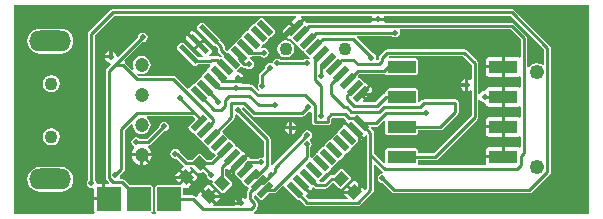
<source format=gbl>
G04 Layer_Physical_Order=2*
G04 Layer_Color=16711680*
%FSLAX44Y44*%
%MOMM*%
G71*
G01*
G75*
%ADD17R,2.0000X2.0000*%
%ADD23C,0.2540*%
%ADD24C,1.2499*%
%ADD25C,0.8001*%
%ADD26C,1.1001*%
%ADD27O,3.5560X1.7780*%
%ADD28C,1.2002*%
%ADD29C,1.1000*%
%ADD30C,0.5000*%
G04:AMPARAMS|DCode=31|XSize=0.4mm|YSize=2mm|CornerRadius=0mm|HoleSize=0mm|Usage=FLASHONLY|Rotation=225.000|XOffset=0mm|YOffset=0mm|HoleType=Round|Shape=Rectangle|*
%AMROTATEDRECTD31*
4,1,4,-0.5657,0.8485,0.8485,-0.5657,0.5657,-0.8485,-0.8485,0.5657,-0.5657,0.8485,0.0*
%
%ADD31ROTATEDRECTD31*%

G04:AMPARAMS|DCode=32|XSize=0.95mm|YSize=1mm|CornerRadius=0mm|HoleSize=0mm|Usage=FLASHONLY|Rotation=135.000|XOffset=0mm|YOffset=0mm|HoleType=Round|Shape=Rectangle|*
%AMROTATEDRECTD32*
4,1,4,0.6894,0.0177,-0.0177,-0.6894,-0.6894,-0.0177,0.0177,0.6894,0.6894,0.0177,0.0*
%
%ADD32ROTATEDRECTD32*%

G04:AMPARAMS|DCode=33|XSize=0.508mm|YSize=1.4732mm|CornerRadius=0mm|HoleSize=0mm|Usage=FLASHONLY|Rotation=225.000|XOffset=0mm|YOffset=0mm|HoleType=Round|Shape=Rectangle|*
%AMROTATEDRECTD33*
4,1,4,-0.3412,0.7005,0.7005,-0.3412,0.3412,-0.7005,-0.7005,0.3412,-0.3412,0.7005,0.0*
%
%ADD33ROTATEDRECTD33*%

G04:AMPARAMS|DCode=34|XSize=0.508mm|YSize=1.4732mm|CornerRadius=0mm|HoleSize=0mm|Usage=FLASHONLY|Rotation=135.000|XOffset=0mm|YOffset=0mm|HoleType=Round|Shape=Rectangle|*
%AMROTATEDRECTD34*
4,1,4,0.7005,0.3412,-0.3412,-0.7005,-0.7005,-0.3412,0.3412,0.7005,0.7005,0.3412,0.0*
%
%ADD34ROTATEDRECTD34*%

G04:AMPARAMS|DCode=35|XSize=0.95mm|YSize=1mm|CornerRadius=0mm|HoleSize=0mm|Usage=FLASHONLY|Rotation=45.000|XOffset=0mm|YOffset=0mm|HoleType=Round|Shape=Rectangle|*
%AMROTATEDRECTD35*
4,1,4,0.0177,-0.6894,-0.6894,0.0177,-0.0177,0.6894,0.6894,-0.0177,0.0177,-0.6894,0.0*
%
%ADD35ROTATEDRECTD35*%

%ADD36R,2.4400X1.1300*%
G36*
X597861Y522568D02*
Y510263D01*
X596591Y509584D01*
X595818Y510100D01*
X595122Y510239D01*
Y505353D01*
Y500467D01*
X595818Y500605D01*
X596591Y501122D01*
X597861Y500443D01*
Y479208D01*
X566002Y447349D01*
X552509D01*
Y450150D01*
X552026Y451316D01*
X550860Y451800D01*
X526460D01*
X525293Y451316D01*
X524810Y450150D01*
Y439680D01*
X523540Y439154D01*
X515167Y447527D01*
Y464828D01*
X515167Y464828D01*
X514950Y465918D01*
X514332Y466842D01*
X514332Y466843D01*
X512698Y468477D01*
X513053Y469335D01*
X513430Y469899D01*
X516959D01*
X516959Y469899D01*
X518049Y470115D01*
X518974Y470733D01*
X523540Y475300D01*
X524810Y474773D01*
Y464250D01*
X525293Y463084D01*
X526460Y462600D01*
X550860D01*
X552026Y463084D01*
X552509Y464250D01*
Y467051D01*
X571500D01*
X571500Y467051D01*
X572590Y467268D01*
X573514Y467886D01*
X586214Y480586D01*
X586214Y480586D01*
X586832Y481510D01*
X587049Y482600D01*
X587049Y482600D01*
Y490220D01*
X586832Y491310D01*
X586214Y492234D01*
X585290Y492852D01*
X584200Y493069D01*
X557530D01*
X557530Y493069D01*
X556440Y492852D01*
X555516Y492234D01*
X553779Y490498D01*
X552509Y491024D01*
Y500950D01*
X552026Y502116D01*
X550860Y502600D01*
X526460D01*
X525293Y502116D01*
X524810Y500950D01*
Y498083D01*
X524053Y497932D01*
X523129Y497314D01*
X523129Y497314D01*
X516398Y490583D01*
X506363D01*
X505877Y491756D01*
X507128Y493007D01*
X503501Y496635D01*
X504399Y497533D01*
X503501Y498431D01*
X510541Y505471D01*
X509642Y506368D01*
X508802Y506930D01*
X507811Y507127D01*
X507275Y507020D01*
X507002Y507679D01*
X503410Y511271D01*
X502806Y511521D01*
X502037Y512054D01*
X501505Y512823D01*
X501382Y513118D01*
X502853Y514589D01*
X523722D01*
X523722Y514589D01*
X524812Y514806D01*
X524926Y514771D01*
X525293Y513884D01*
X526460Y513400D01*
X550860D01*
X552026Y513884D01*
X552509Y515050D01*
Y526350D01*
X552026Y527516D01*
X550860Y528000D01*
X528636D01*
X528000Y529270D01*
X528389Y529789D01*
X590640D01*
X597861Y522568D01*
D02*
G37*
G36*
X697230Y396240D02*
X413626D01*
X413443Y396474D01*
X413494Y398036D01*
X416034Y400576D01*
X416034Y400576D01*
X416652Y401500D01*
X416869Y402590D01*
Y405130D01*
X416869Y405130D01*
X416652Y406220D01*
X416034Y407144D01*
X416034Y407144D01*
X413313Y409866D01*
Y411114D01*
X414583Y412175D01*
X414903Y412117D01*
X415046Y411772D01*
X418638Y408180D01*
X419805Y407697D01*
X420971Y408180D01*
X426294Y413503D01*
X430586D01*
X430586Y413502D01*
X431677Y413719D01*
X432601Y414337D01*
X438175Y419911D01*
X439488Y419428D01*
X439832Y418597D01*
X450249Y408180D01*
X451415Y407697D01*
X452273Y408052D01*
X456702Y403624D01*
X457626Y403006D01*
X458716Y402789D01*
X458716Y402789D01*
X501396D01*
X501396Y402789D01*
X502486Y403006D01*
X503410Y403624D01*
X514332Y414546D01*
X514332Y414546D01*
X514950Y415470D01*
X515167Y416560D01*
X515167Y416560D01*
Y437810D01*
X516340Y438296D01*
X522311Y432326D01*
X523235Y431708D01*
X522976Y430470D01*
X522478Y430569D01*
X520908Y430257D01*
X519577Y429367D01*
X518688Y428036D01*
X518375Y426466D01*
X518688Y424896D01*
X519577Y423565D01*
X520908Y422676D01*
X522478Y422363D01*
X522540Y422375D01*
X530578Y414337D01*
X530578Y414337D01*
X531503Y413719D01*
X532593Y413502D01*
X532593Y413503D01*
X646729D01*
X646729Y413502D01*
X647819Y413719D01*
X648744Y414337D01*
X664192Y429786D01*
X664810Y430710D01*
X665027Y431800D01*
X665027Y431800D01*
Y536702D01*
X665027Y536702D01*
X664810Y537792D01*
X664192Y538716D01*
X664192Y538716D01*
X633966Y568942D01*
X633042Y569560D01*
X631952Y569777D01*
X631952Y569777D01*
X294386D01*
X294386Y569777D01*
X293296Y569560D01*
X292372Y568942D01*
X292372Y568942D01*
X274084Y550654D01*
X273466Y549730D01*
X273249Y548640D01*
X273249Y548640D01*
Y424830D01*
X273197Y424795D01*
X272307Y423464D01*
X271995Y421894D01*
X272307Y420324D01*
X273197Y418993D01*
X274528Y418103D01*
X276098Y417791D01*
X276970Y417965D01*
X278240Y417075D01*
Y410210D01*
X290830D01*
Y407670D01*
X278240D01*
Y398940D01*
X278437Y397949D01*
X278731Y397510D01*
X278202Y396276D01*
X278168Y396240D01*
X210820D01*
Y572770D01*
X697230D01*
Y396240D01*
D02*
G37*
G36*
X399796Y480275D02*
X399858Y480288D01*
X422093Y458052D01*
Y444264D01*
X420823Y443535D01*
X419608Y443777D01*
X418038Y443465D01*
X416707Y442575D01*
X416672Y442523D01*
X410156D01*
X409984Y443385D01*
X409423Y444225D01*
X408525Y445123D01*
X401485Y438084D01*
X394445Y431044D01*
X395343Y430146D01*
X396183Y429584D01*
X397174Y429387D01*
X397808Y429513D01*
X398163Y428655D01*
X401756Y425063D01*
X402922Y424580D01*
X403248Y424254D01*
X403731Y423088D01*
X407323Y419495D01*
X408490Y419012D01*
X409229Y417944D01*
X409351Y417649D01*
X408450Y416748D01*
X407832Y415823D01*
X407615Y414733D01*
X407615Y414733D01*
Y409955D01*
X406375Y408738D01*
X406134Y408742D01*
X406047Y408872D01*
X404380Y409986D01*
X403683Y410124D01*
Y405238D01*
X402413D01*
Y403968D01*
X397439D01*
X396574Y402793D01*
X379626D01*
X379140Y403966D01*
X379812Y404639D01*
X374445Y410005D01*
X369079Y415372D01*
X366618Y412911D01*
X366057Y412071D01*
X365859Y411080D01*
X365915Y410800D01*
X364745Y410174D01*
X363964Y410954D01*
X363040Y411572D01*
X361950Y411789D01*
X361950Y411789D01*
X353280D01*
Y418415D01*
X354549Y418941D01*
X354638Y418852D01*
X355479Y418291D01*
X356470Y418093D01*
X357461Y418291D01*
X358301Y418852D01*
X360762Y421313D01*
X356293Y425781D01*
X351107Y420596D01*
X351105Y420590D01*
X331630D01*
X330464Y420106D01*
X329980Y418940D01*
Y398940D01*
X330464Y397774D01*
X331100Y397510D01*
X330847Y396240D01*
X327013D01*
X326760Y397510D01*
X327396Y397774D01*
X327880Y398940D01*
Y418940D01*
X327396Y420106D01*
X326230Y420590D01*
X308609D01*
X303985Y425214D01*
X303061Y425831D01*
X301970Y426048D01*
X301970Y426048D01*
X300639D01*
X299960Y427318D01*
X300208Y427690D01*
X300521Y429260D01*
X300508Y429322D01*
X303512Y432326D01*
X303512Y432326D01*
X304130Y433250D01*
X304347Y434340D01*
X304347Y434340D01*
Y466942D01*
X309778Y472374D01*
X310981Y471780D01*
X310942Y471480D01*
X311200Y469515D01*
X311958Y467685D01*
X313165Y466113D01*
X314736Y464907D01*
X316567Y464149D01*
X318531Y463890D01*
X320496Y464149D01*
X322326Y464907D01*
X323898Y466113D01*
X325104Y467685D01*
X325862Y469515D01*
X326121Y471480D01*
X325862Y473444D01*
X325104Y475275D01*
X323898Y476847D01*
X323092Y477465D01*
X323523Y478735D01*
X362040D01*
X363767Y477008D01*
Y475618D01*
X358650Y470501D01*
X358167Y469335D01*
X358650Y468168D01*
X362242Y464576D01*
X362629Y464416D01*
X363529Y463888D01*
X364058Y462987D01*
X364218Y462601D01*
X367810Y459009D01*
X368976Y458526D01*
X369715Y457457D01*
X369965Y456853D01*
X373558Y453261D01*
X374724Y452778D01*
X375373Y451672D01*
X375533Y451286D01*
X379125Y447693D01*
X380292Y447210D01*
X381031Y446142D01*
X381235Y445647D01*
X377328Y441740D01*
X373809D01*
X368597Y446952D01*
X367430Y447435D01*
X366264Y446952D01*
X361052Y441740D01*
X357563D01*
X350715Y448588D01*
X350710Y448610D01*
X349821Y449941D01*
X348490Y450830D01*
X346920Y451143D01*
X345350Y450830D01*
X344019Y449941D01*
X343129Y448610D01*
X342817Y447040D01*
X343129Y445470D01*
X344019Y444139D01*
X345350Y443250D01*
X346920Y442937D01*
X348078Y443167D01*
X353763Y437482D01*
X354180Y436540D01*
X353747Y435765D01*
X351824Y433842D01*
X356293Y429374D01*
X360585Y433666D01*
X359381Y434869D01*
X359867Y436042D01*
X361405D01*
X366617Y430830D01*
X367784Y430347D01*
X368950Y430830D01*
X370397Y432278D01*
X373607Y429068D01*
X373595Y429006D01*
X373908Y427436D01*
X374797Y426105D01*
X376128Y425215D01*
X377698Y424903D01*
X378254Y425014D01*
X378879Y423843D01*
X378596Y423560D01*
X378113Y422394D01*
X378596Y421227D01*
X385667Y414156D01*
X386834Y413673D01*
X388000Y414156D01*
X394718Y420874D01*
X395201Y422040D01*
X394718Y423207D01*
X389506Y428419D01*
Y434010D01*
X389943Y434334D01*
X390133Y434371D01*
X391575Y434002D01*
X391751Y433738D01*
X392649Y432840D01*
X399689Y439880D01*
X406729Y446919D01*
X405831Y447817D01*
X404991Y448379D01*
X403999Y448576D01*
X403463Y448469D01*
X403190Y449128D01*
X399598Y452720D01*
X398432Y453204D01*
X397783Y454309D01*
X397623Y454696D01*
X394030Y458288D01*
X392864Y458771D01*
X392125Y459840D01*
X391875Y460443D01*
X388283Y464035D01*
X387896Y464196D01*
X387056Y464689D01*
X386685Y465952D01*
X396516Y475783D01*
X396516Y475783D01*
X397133Y476707D01*
X397350Y477797D01*
X397350Y477798D01*
Y479761D01*
X398620Y480509D01*
X399796Y480275D01*
D02*
G37*
G36*
X506769Y461038D02*
X507667Y461936D01*
X508199Y462733D01*
X508318Y462758D01*
X509469Y462521D01*
Y446347D01*
X509469Y446347D01*
X509469Y446347D01*
Y417740D01*
X508362Y416633D01*
X507466Y416721D01*
X505005Y419182D01*
X499639Y413815D01*
X498741Y414713D01*
X497843Y413815D01*
X492653Y419005D01*
X490015Y416367D01*
X489454Y415527D01*
X489257Y414536D01*
X489454Y413545D01*
X490015Y412705D01*
X493060Y409660D01*
X492574Y408487D01*
X459896D01*
X457292Y411091D01*
X457710Y412469D01*
X457974Y412522D01*
X458814Y413083D01*
X459712Y413981D01*
X452672Y421021D01*
X454468Y422817D01*
X461508Y415777D01*
X462406Y416675D01*
X462968Y417515D01*
X463080Y418080D01*
X464233Y418571D01*
X464376Y418580D01*
X464600Y418356D01*
X465524Y417738D01*
X466614Y417521D01*
X466614Y417521D01*
X473710D01*
X473710Y417521D01*
X474800Y417738D01*
X475724Y418356D01*
X479879Y422510D01*
X481540D01*
X486084Y417966D01*
X487250Y417483D01*
X488417Y417966D01*
X495488Y425037D01*
X495971Y426204D01*
X495488Y427370D01*
X488770Y434088D01*
X487604Y434571D01*
X486437Y434088D01*
X481225Y428876D01*
X479367D01*
X479367Y428876D01*
X478277Y428659D01*
X477353Y428041D01*
X477353Y428041D01*
X472530Y423219D01*
X469848D01*
X468793Y424437D01*
X468842Y424765D01*
X469078Y424903D01*
X469464Y425063D01*
X473057Y428655D01*
X473307Y429259D01*
X473839Y430028D01*
X474608Y430560D01*
X475212Y430811D01*
X478804Y434403D01*
X478964Y434789D01*
X479493Y435690D01*
X480393Y436218D01*
X480780Y436378D01*
X484372Y439970D01*
X484532Y440357D01*
X485060Y441257D01*
X485961Y441786D01*
X486347Y441946D01*
X489939Y445538D01*
X490190Y446142D01*
X490722Y446911D01*
X491491Y447443D01*
X492095Y447693D01*
X495687Y451286D01*
X495847Y451672D01*
X496376Y452573D01*
X497276Y453101D01*
X497663Y453261D01*
X501255Y456853D01*
X501610Y457711D01*
X502244Y457585D01*
X503235Y457782D01*
X504075Y458344D01*
X504973Y459242D01*
X497933Y466282D01*
X499729Y468078D01*
X506769Y461038D01*
D02*
G37*
G36*
X411970Y479430D02*
X411971Y479430D01*
X412895Y478812D01*
X413985Y478596D01*
X413985Y478596D01*
X454651D01*
X454651Y478596D01*
X455741Y478812D01*
X456665Y479430D01*
X459494Y482259D01*
X459556Y482247D01*
X461126Y482559D01*
X461209Y482615D01*
X462479Y481936D01*
Y474004D01*
X462696Y472914D01*
X463314Y471989D01*
X464238Y471372D01*
X465328Y471155D01*
X475996D01*
X477086Y471372D01*
X478010Y471989D01*
X478628Y472914D01*
X478845Y474004D01*
Y476340D01*
X480224Y477719D01*
X489727D01*
X491611Y475835D01*
X491869Y474297D01*
X489995Y472423D01*
X489434Y471583D01*
X489237Y470592D01*
X489363Y469959D01*
X488505Y469603D01*
X484913Y466011D01*
X484429Y464845D01*
X483324Y464196D01*
X482937Y464035D01*
X479345Y460443D01*
X479095Y459840D01*
X478563Y459070D01*
X477793Y458538D01*
X477189Y458288D01*
X473597Y454696D01*
X473437Y454309D01*
X472909Y453409D01*
X472008Y452880D01*
X471622Y452720D01*
X468030Y449128D01*
X467870Y448742D01*
X467341Y447841D01*
X466441Y447313D01*
X466054Y447153D01*
X462462Y443560D01*
X461274Y444012D01*
X461319Y444235D01*
Y452002D01*
X461371Y452037D01*
X462261Y453368D01*
X462573Y454938D01*
X462261Y456508D01*
X461371Y457840D01*
X460965Y458111D01*
Y459638D01*
X461586Y460052D01*
X462475Y461384D01*
X462787Y462954D01*
X462475Y464524D01*
X461586Y465855D01*
X460255Y466744D01*
X458684Y467056D01*
X457114Y466744D01*
X455783Y465855D01*
X454894Y464524D01*
X454581Y462954D01*
X454594Y462892D01*
X429100Y437398D01*
X429061Y437339D01*
X427791Y437725D01*
Y459232D01*
X427574Y460322D01*
X426956Y461246D01*
X426956Y461246D01*
X403886Y484316D01*
X403899Y484378D01*
X403599Y485887D01*
X403591Y486013D01*
X403802Y486202D01*
X404898Y486502D01*
X411970Y479430D01*
D02*
G37*
G36*
X659329Y535522D02*
Y522544D01*
X659164Y522406D01*
X658059Y521982D01*
X656326Y523140D01*
X656004Y523204D01*
X655731Y523387D01*
X653292Y523872D01*
X652971Y523808D01*
X652649Y523872D01*
X650210Y523387D01*
X649937Y523204D01*
X649615Y523140D01*
X647548Y521759D01*
X647366Y521486D01*
X647093Y521304D01*
X646485Y520393D01*
X645215Y520779D01*
Y545008D01*
X644998Y546099D01*
X644380Y547023D01*
X644380Y547023D01*
X634145Y557258D01*
X633220Y557876D01*
X632130Y558093D01*
X632130Y558093D01*
X524310D01*
X523515Y559363D01*
X523554Y559562D01*
X513782D01*
X513821Y559363D01*
X513026Y558093D01*
X460453D01*
X460453Y558093D01*
X459363Y557876D01*
X458829Y557519D01*
X457698Y557867D01*
X457453Y558068D01*
X457400Y558332D01*
X456838Y559173D01*
X455941Y560071D01*
X448901Y553031D01*
X441861Y545991D01*
X442759Y545093D01*
X443599Y544532D01*
X444590Y544334D01*
X445126Y544441D01*
X445399Y543782D01*
X448991Y540190D01*
X449595Y539940D01*
X450365Y539408D01*
X450897Y538638D01*
X451147Y538035D01*
X454739Y534443D01*
X455905Y533959D01*
X456231Y533633D01*
X456715Y532467D01*
X460307Y528875D01*
X461157Y528523D01*
X461553Y527403D01*
X460099Y527075D01*
X459786Y527285D01*
X458216Y527597D01*
X456646Y527285D01*
X455315Y526395D01*
X455280Y526343D01*
X436260D01*
X436225Y526395D01*
X434894Y527285D01*
X433324Y527597D01*
X431754Y527285D01*
X430423Y526395D01*
X429534Y525064D01*
X429479Y524789D01*
X428798Y523728D01*
X428099Y523868D01*
X427228Y524041D01*
X425658Y523728D01*
X424327Y522839D01*
X423438Y521508D01*
X423125Y519938D01*
X423138Y519876D01*
X418864Y515602D01*
X418246Y514678D01*
X418029Y513588D01*
X418029Y513588D01*
Y507126D01*
X417977Y507091D01*
X417088Y505760D01*
X416775Y504190D01*
X417088Y502620D01*
X417844Y501488D01*
X417693Y500594D01*
X417486Y500089D01*
X417356Y500057D01*
X412478Y504934D01*
X411554Y505552D01*
X410464Y505769D01*
X410464Y505769D01*
X403633D01*
X403248Y507039D01*
X403430Y507160D01*
X404544Y508828D01*
X404682Y509524D01*
X399796D01*
Y512064D01*
X404682D01*
X404544Y512761D01*
X403430Y514428D01*
X401763Y515542D01*
X399796Y515933D01*
X399180Y517105D01*
X399212Y517400D01*
X399598Y517560D01*
X402419Y520381D01*
X403549Y520718D01*
X404473Y520100D01*
X405563Y519883D01*
X406766D01*
X406801Y519831D01*
X408132Y518941D01*
X409702Y518629D01*
X411272Y518941D01*
X412603Y519831D01*
X413493Y521162D01*
X413805Y522732D01*
X413493Y524302D01*
X412603Y525633D01*
X411272Y526522D01*
X410806Y526615D01*
X410017Y527918D01*
X410259Y528604D01*
X410913Y528875D01*
X411828Y529789D01*
X418958D01*
X418993Y529737D01*
X420324Y528848D01*
X421894Y528535D01*
X423464Y528848D01*
X424795Y529737D01*
X425685Y531068D01*
X425997Y532638D01*
X425685Y534208D01*
X424795Y535539D01*
X423464Y536428D01*
X421894Y536741D01*
X420324Y536428D01*
X420140Y536306D01*
X419331Y537292D01*
X420073Y538035D01*
X420323Y538638D01*
X421062Y539707D01*
X422229Y540190D01*
X425821Y543782D01*
X425981Y544169D01*
X426630Y545275D01*
X427796Y545758D01*
X431388Y549350D01*
X431871Y550516D01*
X431388Y551683D01*
X420971Y562100D01*
X419805Y562583D01*
X418638Y562100D01*
X415046Y558508D01*
X414886Y558121D01*
X414237Y557015D01*
X413071Y556532D01*
X409479Y552940D01*
X409229Y552336D01*
X408490Y551268D01*
X407323Y550785D01*
X403731Y547192D01*
X403571Y546806D01*
X402922Y545700D01*
X401756Y545217D01*
X398163Y541625D01*
X397913Y541021D01*
X397174Y539953D01*
X396008Y539469D01*
X392416Y535877D01*
X391933Y534711D01*
X390827Y534062D01*
X390749Y534030D01*
X388929Y535850D01*
Y537670D01*
X388929Y537671D01*
X388712Y538761D01*
X388094Y539685D01*
X388094Y539685D01*
X385518Y542261D01*
X385647Y542571D01*
X385650Y542578D01*
X385167Y543745D01*
X385167Y543745D01*
X371025Y557887D01*
X369865Y558367D01*
X369858Y558370D01*
X368692Y557887D01*
X368692Y557887D01*
X365864Y555059D01*
X365383Y553899D01*
X365380Y553892D01*
X365863Y552726D01*
X365864Y552726D01*
X380006Y538584D01*
X381172Y538100D01*
X381490Y538232D01*
X383231Y536491D01*
Y534670D01*
X383231Y534670D01*
X383448Y533580D01*
X384066Y532656D01*
X386503Y530219D01*
X385983Y529036D01*
X384851Y528792D01*
X384793Y528850D01*
X383869Y529468D01*
X382779Y529684D01*
X382779Y529684D01*
X377738D01*
X376647Y529468D01*
X376242Y529197D01*
X376130Y529249D01*
X375865Y530780D01*
X377346Y532262D01*
X377908Y533102D01*
X378105Y534093D01*
X377908Y535084D01*
X377346Y535924D01*
X371174Y542097D01*
X367928Y538852D01*
X364683Y535606D01*
X370440Y529850D01*
X369914Y528579D01*
X366391D01*
X354054Y540916D01*
X352895Y541397D01*
X352888Y541400D01*
X351721Y540916D01*
X351721Y540916D01*
X348893Y538088D01*
X348413Y536928D01*
X348410Y536922D01*
X348893Y535755D01*
X348893Y535755D01*
X363035Y521613D01*
X364195Y521133D01*
X364202Y521130D01*
X365368Y521613D01*
X365368Y521613D01*
X366637Y522882D01*
X376295D01*
X376780Y522045D01*
X376851Y521642D01*
X374868Y519659D01*
X374307Y518819D01*
X374110Y517828D01*
X374216Y517292D01*
X373558Y517019D01*
X369965Y513427D01*
X369715Y512823D01*
X368976Y511754D01*
X367810Y511271D01*
X364218Y507679D01*
X364058Y507293D01*
X363409Y506187D01*
X362242Y505704D01*
X358918Y502379D01*
X357383Y502118D01*
X347248Y512253D01*
X346323Y512871D01*
X345233Y513088D01*
X345233Y513088D01*
X315919D01*
X314630Y514376D01*
X315349Y515453D01*
X316567Y514949D01*
X318531Y514690D01*
X320496Y514949D01*
X322326Y515707D01*
X323898Y516913D01*
X325104Y518485D01*
X325862Y520316D01*
X326121Y522280D01*
X325862Y524244D01*
X325104Y526075D01*
X323898Y527647D01*
X322326Y528853D01*
X320496Y529611D01*
X318531Y529870D01*
X316567Y529611D01*
X314736Y528853D01*
X313165Y527647D01*
X311958Y526075D01*
X311200Y524244D01*
X310942Y522280D01*
X311200Y520316D01*
X311705Y519098D01*
X310628Y518378D01*
X304712Y524294D01*
X304168Y524658D01*
X303817Y526102D01*
X319470Y541755D01*
X319532Y541743D01*
X321102Y542056D01*
X322433Y542945D01*
X323322Y544276D01*
X323635Y545846D01*
X323322Y547416D01*
X322433Y548747D01*
X321102Y549636D01*
X319532Y549949D01*
X317962Y549636D01*
X316631Y548747D01*
X315742Y547416D01*
X315429Y545846D01*
X315441Y545784D01*
X298677Y529019D01*
X297402Y529540D01*
X297102Y531049D01*
X295988Y532716D01*
X294321Y533830D01*
X293624Y533968D01*
Y529082D01*
X292354D01*
Y527812D01*
X287468D01*
X287606Y527116D01*
X288720Y525448D01*
X290387Y524334D01*
X291896Y524034D01*
X292417Y522759D01*
X289109Y519452D01*
X288492Y518528D01*
X288275Y517438D01*
X288275Y517438D01*
Y426716D01*
X288275Y426716D01*
X288492Y425626D01*
X289109Y424702D01*
X291108Y422703D01*
X290622Y421530D01*
X281423D01*
X280201Y421894D01*
X279888Y423464D01*
X278999Y424795D01*
X278947Y424830D01*
Y547460D01*
X295566Y564079D01*
X449265D01*
X449651Y562809D01*
X449584Y562765D01*
X445273Y558454D01*
X448003Y555725D01*
X454144Y561867D01*
X453246Y562765D01*
X453180Y562809D01*
X453565Y564079D01*
X513429D01*
X514028Y562959D01*
X513920Y562799D01*
X513782Y562102D01*
X523554D01*
X523416Y562799D01*
X523308Y562959D01*
X523907Y564079D01*
X630772D01*
X659329Y535522D01*
D02*
G37*
G36*
X639517Y543828D02*
Y529057D01*
X638247Y528478D01*
X637851Y528743D01*
X636860Y528940D01*
X625930D01*
Y520700D01*
Y512460D01*
X636860D01*
X637851Y512657D01*
X638247Y512922D01*
X639517Y512343D01*
Y503657D01*
X638247Y503078D01*
X637851Y503343D01*
X636860Y503540D01*
X625930D01*
Y495300D01*
Y487060D01*
X636860D01*
X637851Y487257D01*
X638247Y487522D01*
X639517Y486943D01*
Y478257D01*
X638247Y477678D01*
X637851Y477943D01*
X636860Y478140D01*
X625930D01*
Y469900D01*
Y461660D01*
X636860D01*
X637851Y461857D01*
X638247Y462122D01*
X639517Y461543D01*
Y452857D01*
X638247Y452278D01*
X637851Y452543D01*
X636860Y452740D01*
X625930D01*
Y444500D01*
X624660D01*
Y443230D01*
X609870D01*
Y438850D01*
X609948Y438459D01*
X609104Y437189D01*
X553191D01*
X552347Y438459D01*
X552509Y438850D01*
Y441651D01*
X567182D01*
X567182Y441651D01*
X568272Y441868D01*
X569196Y442486D01*
X602724Y476014D01*
X602724Y476014D01*
X603342Y476938D01*
X603559Y478028D01*
X603559Y478028D01*
Y492581D01*
X604829Y492966D01*
X605697Y491666D01*
X607364Y490552D01*
X609331Y490161D01*
X610000Y488999D01*
X610067Y488659D01*
X610629Y487819D01*
X611469Y487257D01*
X612460Y487060D01*
X623390D01*
Y495300D01*
Y503540D01*
X612460D01*
X611469Y503343D01*
X610629Y502781D01*
X610067Y501941D01*
X610000Y501600D01*
X609331Y500439D01*
X607364Y500048D01*
X605697Y498934D01*
X604829Y497634D01*
X603559Y498019D01*
Y523748D01*
X603559Y523748D01*
X603342Y524838D01*
X602724Y525762D01*
X602724Y525762D01*
X593834Y534652D01*
X592910Y535270D01*
X591820Y535487D01*
X591820Y535487D01*
X526589D01*
X525499Y535270D01*
X524575Y534652D01*
X524575Y534652D01*
X520213Y530291D01*
X519596Y529367D01*
X519379Y528276D01*
X519379Y528276D01*
Y527208D01*
X518312Y526212D01*
X517770Y526261D01*
X516995Y527376D01*
X517183Y528320D01*
X516870Y529890D01*
X515981Y531221D01*
X514650Y532110D01*
X513939Y532252D01*
X500653Y545537D01*
X501180Y546807D01*
X530210D01*
X530245Y546755D01*
X531576Y545866D01*
X533146Y545553D01*
X534716Y545866D01*
X536047Y546755D01*
X536936Y548086D01*
X537249Y549656D01*
X536957Y551125D01*
X536984Y551426D01*
X537502Y552395D01*
X630950D01*
X639517Y543828D01*
D02*
G37*
%LPC*%
G36*
X592582Y504083D02*
X588966D01*
X589104Y503386D01*
X590218Y501719D01*
X591885Y500605D01*
X592582Y500467D01*
Y504083D01*
D02*
G37*
G36*
Y510239D02*
X591885Y510100D01*
X590218Y508986D01*
X589104Y507319D01*
X588966Y506623D01*
X592582D01*
Y510239D01*
D02*
G37*
G36*
X512337Y503674D02*
X506195Y497533D01*
X508924Y494803D01*
X513235Y499114D01*
X513796Y499954D01*
X513993Y500945D01*
X513796Y501936D01*
X513235Y502776D01*
X512337Y503674D01*
D02*
G37*
G36*
X250210Y435873D02*
X232430D01*
X229712Y435515D01*
X227178Y434465D01*
X225003Y432796D01*
X223334Y430621D01*
X222284Y428087D01*
X221926Y425369D01*
X222284Y422650D01*
X223334Y420117D01*
X225003Y417941D01*
X227178Y416272D01*
X229712Y415223D01*
X232430Y414865D01*
X250210D01*
X252929Y415223D01*
X255462Y416272D01*
X257638Y417941D01*
X259307Y420117D01*
X260356Y422650D01*
X260714Y425369D01*
X260356Y428087D01*
X259307Y430621D01*
X257638Y432796D01*
X255462Y434465D01*
X252929Y435515D01*
X250210Y435873D01*
D02*
G37*
G36*
Y552875D02*
X232430D01*
X229712Y552517D01*
X227178Y551468D01*
X225003Y549799D01*
X223334Y547623D01*
X222284Y545090D01*
X221926Y542371D01*
X222284Y539653D01*
X223334Y537119D01*
X225003Y534944D01*
X227178Y533275D01*
X229712Y532225D01*
X232430Y531867D01*
X250210D01*
X252929Y532225D01*
X255462Y533275D01*
X257638Y534944D01*
X259307Y537119D01*
X260356Y539653D01*
X260714Y542371D01*
X260356Y545090D01*
X259307Y547623D01*
X257638Y549799D01*
X255462Y551468D01*
X252929Y552517D01*
X250210Y552875D01*
D02*
G37*
G36*
X242019Y513627D02*
X241863Y513562D01*
X241697Y513595D01*
X239551Y513168D01*
X239278Y512986D01*
X238956Y512922D01*
X237137Y511706D01*
X236954Y511434D01*
X236682Y511251D01*
X235466Y509432D01*
X235402Y509110D01*
X235220Y508837D01*
X234793Y506691D01*
X234857Y506369D01*
X234793Y506048D01*
X235220Y503901D01*
X235402Y503629D01*
X235466Y503307D01*
X236682Y501487D01*
X236954Y501305D01*
X237137Y501032D01*
X238956Y499817D01*
X239278Y499753D01*
X239551Y499570D01*
X241697Y499143D01*
X241863Y499176D01*
X242019Y499112D01*
X242175Y499176D01*
X242341Y499143D01*
X244487Y499570D01*
X244760Y499753D01*
X245081Y499817D01*
X246901Y501032D01*
X247083Y501305D01*
X247356Y501487D01*
X248572Y503307D01*
X248636Y503629D01*
X248818Y503901D01*
X249245Y506048D01*
X249181Y506369D01*
X249245Y506691D01*
X248818Y508837D01*
X248636Y509110D01*
X248572Y509432D01*
X247356Y511251D01*
X247083Y511434D01*
X246901Y511706D01*
X245081Y512922D01*
X244760Y512986D01*
X244487Y513168D01*
X242341Y513595D01*
X242175Y513562D01*
X242019Y513627D01*
D02*
G37*
G36*
Y468628D02*
X241863Y468564D01*
X241697Y468597D01*
X239551Y468170D01*
X239278Y467988D01*
X238956Y467924D01*
X237137Y466708D01*
X236954Y466435D01*
X236682Y466253D01*
X235466Y464433D01*
X235402Y464112D01*
X235220Y463839D01*
X234793Y461693D01*
X234857Y461371D01*
X234793Y461049D01*
X235220Y458903D01*
X235402Y458630D01*
X235466Y458308D01*
X236682Y456489D01*
X236954Y456306D01*
X237137Y456034D01*
X238956Y454818D01*
X239278Y454754D01*
X239551Y454572D01*
X241697Y454145D01*
X241863Y454178D01*
X242019Y454113D01*
X242175Y454178D01*
X242341Y454145D01*
X244487Y454572D01*
X244760Y454754D01*
X245081Y454818D01*
X246901Y456034D01*
X247083Y456306D01*
X247356Y456489D01*
X248572Y458308D01*
X248636Y458630D01*
X248818Y458903D01*
X249245Y461049D01*
X249181Y461371D01*
X249245Y461693D01*
X248818Y463839D01*
X248636Y464112D01*
X248572Y464433D01*
X247356Y466253D01*
X247083Y466435D01*
X246901Y466708D01*
X245081Y467924D01*
X244760Y467988D01*
X244487Y468170D01*
X242341Y468597D01*
X242175Y468564D01*
X242019Y468628D01*
D02*
G37*
G36*
X381431Y415195D02*
X377140Y410903D01*
X381608Y406435D01*
X384069Y408895D01*
X384630Y409736D01*
X384827Y410727D01*
X384630Y411718D01*
X384069Y412558D01*
X381431Y415195D01*
D02*
G37*
G36*
X326978Y444810D02*
X319801D01*
Y437633D01*
X320761Y437759D01*
X322839Y438620D01*
X324623Y439989D01*
X325992Y441773D01*
X326852Y443850D01*
X326978Y444810D01*
D02*
G37*
G36*
X362381Y431870D02*
X358089Y427578D01*
X362558Y423109D01*
X365018Y425569D01*
X365580Y426410D01*
X365777Y427401D01*
X365580Y428392D01*
X365018Y429232D01*
X362381Y431870D01*
D02*
G37*
G36*
X350028Y432046D02*
X347567Y429585D01*
X347006Y428745D01*
X346809Y427754D01*
X347006Y426763D01*
X347567Y425923D01*
X350205Y423285D01*
X354497Y427578D01*
X350028Y432046D01*
D02*
G37*
G36*
X317261Y444810D02*
X310084D01*
X310210Y443850D01*
X311071Y441773D01*
X312440Y439989D01*
X314224Y438620D01*
X316302Y437759D01*
X317261Y437633D01*
Y444810D01*
D02*
G37*
G36*
X401143Y410124D02*
X400447Y409986D01*
X398780Y408872D01*
X397666Y407205D01*
X397527Y406508D01*
X401143D01*
Y410124D01*
D02*
G37*
G36*
X375167Y420387D02*
X374176Y420190D01*
X373335Y419629D01*
X370875Y417168D01*
X375343Y412700D01*
X379635Y416991D01*
X376998Y419629D01*
X376158Y420190D01*
X375167Y420387D01*
D02*
G37*
G36*
X337566Y474257D02*
X335996Y473945D01*
X334665Y473055D01*
X333775Y471724D01*
X333463Y470154D01*
X333475Y470092D01*
X323052Y459669D01*
X317008D01*
X316973Y459721D01*
X315642Y460611D01*
X314072Y460923D01*
X312502Y460611D01*
X311171Y459721D01*
X310282Y458390D01*
X309969Y456820D01*
X310282Y455250D01*
X311171Y453919D01*
X311952Y453397D01*
X312106Y453008D01*
X312215Y451963D01*
X312181Y451833D01*
X311071Y450387D01*
X310210Y448310D01*
X310084Y447350D01*
X326978D01*
X326852Y448310D01*
X325992Y450387D01*
X324623Y452171D01*
X323932Y452701D01*
X324168Y453699D01*
X324336Y453992D01*
X325322Y454188D01*
X326246Y454806D01*
X337504Y466063D01*
X337566Y466051D01*
X339136Y466363D01*
X340467Y467253D01*
X341357Y468584D01*
X341669Y470154D01*
X341357Y471724D01*
X340467Y473055D01*
X339136Y473945D01*
X337566Y474257D01*
D02*
G37*
G36*
X498917Y424197D02*
X497926Y424000D01*
X497086Y423438D01*
X494449Y420801D01*
X498741Y416509D01*
X503209Y420978D01*
X500749Y423438D01*
X499908Y424000D01*
X498917Y424197D01*
D02*
G37*
G36*
X449766Y467654D02*
X446150D01*
Y464038D01*
X446847Y464176D01*
X448514Y465290D01*
X449627Y466957D01*
X449766Y467654D01*
D02*
G37*
G36*
X443610D02*
X439994D01*
X440132Y466957D01*
X441246Y465290D01*
X442914Y464176D01*
X443610Y464038D01*
Y467654D01*
D02*
G37*
G36*
Y473810D02*
X442914Y473671D01*
X441246Y472557D01*
X440132Y470890D01*
X439994Y470194D01*
X443610D01*
Y473810D01*
D02*
G37*
G36*
X446150D02*
Y470194D01*
X449766D01*
X449627Y470890D01*
X448514Y472557D01*
X446847Y473671D01*
X446150Y473810D01*
D02*
G37*
G36*
X291084Y533968D02*
X290387Y533830D01*
X288720Y532716D01*
X287606Y531049D01*
X287468Y530352D01*
X291084D01*
Y533968D01*
D02*
G37*
G36*
X440690Y543137D02*
X440534Y543073D01*
X440368Y543106D01*
X438222Y542679D01*
X437949Y542496D01*
X437627Y542433D01*
X435808Y541217D01*
X435626Y540944D01*
X435353Y540762D01*
X434138Y538942D01*
X434074Y538621D01*
X433891Y538348D01*
X433464Y536202D01*
X433528Y535880D01*
X433464Y535558D01*
X433891Y533412D01*
X434074Y533139D01*
X434138Y532818D01*
X435353Y530998D01*
X435626Y530816D01*
X435808Y530543D01*
X437627Y529328D01*
X437949Y529264D01*
X438222Y529081D01*
X440368Y528654D01*
X440534Y528687D01*
X440690Y528623D01*
X440846Y528687D01*
X441012Y528654D01*
X443158Y529081D01*
X443431Y529264D01*
X443753Y529328D01*
X445572Y530543D01*
X445754Y530816D01*
X446027Y530998D01*
X447242Y532818D01*
X447306Y533139D01*
X447489Y533412D01*
X447916Y535558D01*
X447852Y535880D01*
X447916Y536202D01*
X447489Y538348D01*
X447306Y538621D01*
X447242Y538942D01*
X446027Y540762D01*
X445754Y540944D01*
X445572Y541217D01*
X443753Y542433D01*
X443431Y542496D01*
X443158Y542679D01*
X441012Y543106D01*
X440846Y543073D01*
X440690Y543137D01*
D02*
G37*
G36*
X443477Y556658D02*
X439167Y552347D01*
X438605Y551507D01*
X438408Y550516D01*
X438605Y549525D01*
X439167Y548685D01*
X440065Y547787D01*
X446207Y553929D01*
X443477Y556658D01*
D02*
G37*
G36*
X357230Y547754D02*
X356713Y547238D01*
X356152Y546398D01*
X355955Y545407D01*
X356152Y544416D01*
X356713Y543576D01*
X362887Y537403D01*
X365234Y539750D01*
X357230Y547754D01*
D02*
G37*
G36*
X361373Y550825D02*
X360382Y550628D01*
X359542Y550066D01*
X359026Y549550D01*
X367030Y541546D01*
X369377Y543894D01*
X363204Y550066D01*
X362364Y550628D01*
X361373Y550825D01*
D02*
G37*
G36*
X623390Y452740D02*
X612460D01*
X611469Y452543D01*
X610629Y451981D01*
X610067Y451141D01*
X609870Y450150D01*
Y445770D01*
X623390D01*
Y452740D01*
D02*
G37*
G36*
Y468630D02*
X609870D01*
Y464250D01*
X610067Y463259D01*
X610629Y462419D01*
X611469Y461857D01*
X612460Y461660D01*
X623390D01*
Y468630D01*
D02*
G37*
G36*
Y528940D02*
X612460D01*
X611469Y528743D01*
X610629Y528181D01*
X610067Y527341D01*
X609870Y526350D01*
Y521970D01*
X623390D01*
Y528940D01*
D02*
G37*
G36*
Y519430D02*
X609870D01*
Y515050D01*
X610067Y514059D01*
X610629Y513219D01*
X611469Y512657D01*
X612460Y512460D01*
X623390D01*
Y519430D01*
D02*
G37*
G36*
Y478140D02*
X612460D01*
X611469Y477943D01*
X610629Y477381D01*
X610067Y476541D01*
X609870Y475550D01*
Y471170D01*
X623390D01*
Y478140D01*
D02*
G37*
%LPD*%
D17*
X290830Y408940D02*
D03*
X316230D02*
D03*
X341630D02*
D03*
D23*
X498741Y414782D02*
X502920D01*
X397764Y508762D02*
X404219D01*
X286044Y416331D02*
X290830D01*
X428282Y428968D02*
X431114Y431800D01*
X421233Y421919D02*
X428282Y428968D01*
X367607Y439097D02*
X367813Y438891D01*
X410464Y414733D02*
X417650Y421919D01*
X410464Y408686D02*
Y414733D01*
Y408686D02*
X414020Y405130D01*
Y402590D02*
Y405130D01*
X411480Y400050D02*
X414020Y402590D01*
X404712Y400050D02*
X411480D01*
X404606Y399944D02*
X404712Y400050D01*
X370946Y399944D02*
X404606D01*
X361950Y408940D02*
X370946Y399944D01*
X341630Y408940D02*
X361950D01*
X295966Y522280D02*
X319532Y545846D01*
X291124Y517438D02*
X295966Y522280D01*
X302698D01*
X314739Y510239D01*
X345233D01*
X378988Y476484D01*
X454651Y481444D02*
X459556Y486349D01*
X413985Y481444D02*
X454651D01*
X405424Y490006D02*
X413985Y481444D01*
X394502Y490006D02*
X405424D01*
X394502Y477797D02*
Y490006D01*
X512318Y446347D02*
Y464828D01*
Y416560D02*
Y446347D01*
X524325Y434340D01*
X504399Y472747D02*
X512318Y464828D01*
X504399Y472747D02*
X516959D01*
X624660Y495300D02*
Y520700D01*
Y469900D02*
Y495300D01*
Y444500D02*
Y469900D01*
X493084Y508848D02*
X501673Y517438D01*
X523722D01*
X526984Y520700D01*
X538660D01*
X497546Y526836D02*
X501356Y523026D01*
X519731D01*
X522228Y525522D01*
Y528276D01*
X526589Y532638D01*
X481768Y520163D02*
X488441Y526836D01*
X497546D01*
X526589Y532638D02*
X591820D01*
X600710Y523748D01*
Y478028D02*
Y523748D01*
X567182Y444500D02*
X600710Y478028D01*
X538660Y444500D02*
X567182D01*
X524325Y434340D02*
X636301D01*
X639654Y437693D01*
Y445344D02*
X642366Y448056D01*
X639654Y437693D02*
Y445344D01*
X479044Y505944D02*
X487516Y514416D01*
X479044Y497586D02*
Y505944D01*
Y497586D02*
X490106Y486524D01*
X492135D01*
X496005Y482654D01*
X519682D01*
X523552Y486524D01*
X553834D01*
X490327Y473964D02*
X497111Y467180D01*
X498831D01*
X525656Y481444D02*
X559506D01*
X486077Y473964D02*
X490327D01*
X499572Y477574D02*
X504399Y472747D01*
X493901Y477574D02*
X499572D01*
X490907Y480568D02*
X493901Y477574D01*
X479044Y480568D02*
X490907D01*
X516959Y472747D02*
X525656Y481444D01*
X498110Y487734D02*
X517578D01*
X492760Y493084D02*
X498110Y487734D01*
X517578D02*
X525144Y495300D01*
X553834Y486524D02*
X557530Y490220D01*
X584200D01*
Y482600D02*
Y490220D01*
X571500Y469900D02*
X584200Y482600D01*
X538660Y469900D02*
X571500D01*
X492760Y497029D02*
X498831Y503100D01*
X492760Y493084D02*
Y497029D01*
X525144Y495300D02*
X538660D01*
X493084Y508848D02*
Y509125D01*
X609331Y495300D02*
X624660D01*
X642366Y448056D02*
Y545008D01*
X632130Y555244D02*
X642366Y545008D01*
X532593Y416351D02*
X646729D01*
X466360Y549656D02*
X533146D01*
X459318Y542614D02*
X466360Y549656D01*
X460453Y555244D02*
X632130D01*
X453570Y548361D02*
X460453Y555244D01*
X528012Y505353D02*
X593852D01*
X520192Y497533D02*
X528012Y505353D01*
X454906Y560832D02*
X518668D01*
X294386Y566928D02*
X631952D01*
X646729Y416351D02*
X662178Y431800D01*
Y536702D01*
X631952Y566928D02*
X662178Y536702D01*
X522478Y426466D02*
X532593Y416351D01*
X290830Y408940D02*
Y416331D01*
X318531Y446080D02*
X337034Y427578D01*
X356293D01*
X286044Y416331D02*
Y547283D01*
X374052Y410903D02*
X375343D01*
X390329D01*
X396748D01*
X402413Y405238D01*
X390329Y410903D02*
X395986Y416560D01*
X356293Y427578D02*
X357378D01*
X374052Y410903D01*
X395986Y416560D02*
Y434381D01*
X400587Y438982D01*
X292354Y538734D02*
X304800Y551180D01*
X286044Y547283D02*
X289941Y551180D01*
X304800D01*
X292354Y529082D02*
Y538734D01*
X355195Y551180D02*
X366625Y539750D01*
X304800Y551180D02*
X355195D01*
X366625Y539750D02*
X367030D01*
X383704Y511646D02*
X386588Y508762D01*
X397764D01*
X399796Y510794D01*
X383704Y511646D02*
Y514416D01*
X404219Y508762D02*
X424180Y527344D01*
X427533Y530697D01*
Y537515D01*
X443947Y553929D01*
X498741Y414713D02*
Y414782D01*
X453570Y421460D02*
X460317Y414713D01*
X453570Y421460D02*
Y421919D01*
X460317Y414713D02*
X498741D01*
X502920Y414782D02*
Y463091D01*
X444880Y468924D02*
X481036D01*
X486077Y473964D01*
X498831Y467180D02*
X502920Y463091D01*
X443947Y553929D02*
X448003D01*
X454906Y560832D01*
X504399Y497533D02*
X520192D01*
X469646Y531368D02*
X470633D01*
X474980Y525780D02*
X476201D01*
X382779Y526836D02*
X389452Y520163D01*
X377738Y526836D02*
X382779D01*
X376633Y525731D02*
X377738Y526836D01*
X364079Y525731D02*
X376633D01*
X358545Y531265D02*
X364079Y525731D01*
X386080Y534670D02*
X395019Y525731D01*
X386080Y534670D02*
Y537671D01*
X375515Y548235D02*
X386080Y537671D01*
X372389Y467180D02*
X378988Y473779D01*
Y476484D01*
X350901Y493903D02*
X363220Y481584D01*
X367813Y438891D02*
X378508D01*
X367607D02*
X367813D01*
X377698Y429006D01*
X301970Y423200D02*
X316230Y408940D01*
X294640Y423200D02*
X301970D01*
X291124Y426716D02*
X294640Y423200D01*
X291124Y426716D02*
Y517438D01*
X372389Y467180D02*
Y468122D01*
X433324Y523494D02*
X458216D01*
X276098Y548640D02*
X294386Y566928D01*
X276098Y421894D02*
Y548640D01*
X366821Y472747D02*
Y477983D01*
X501396Y405638D02*
X512318Y416560D01*
X458716Y405638D02*
X501396D01*
X448003Y416351D02*
X458716Y405638D01*
X367607Y438891D02*
Y439097D01*
X428244Y429006D02*
X428282Y428968D01*
X346920Y447040D02*
X348234D01*
X356383Y438891D01*
X367607D01*
X411902Y427666D02*
X415728D01*
X424942Y436880D01*
Y459232D01*
X399796Y484378D02*
X424942Y459232D01*
X324232Y456820D02*
X337566Y470154D01*
X314072Y456820D02*
X324232D01*
X420878Y504190D02*
Y513588D01*
X427228Y519938D01*
X378136Y461432D02*
X394502Y477797D01*
X417830Y487934D02*
X431800D01*
X409682Y496082D02*
X417830Y487934D01*
X392704Y496082D02*
X409682D01*
X389382Y492760D02*
X392704Y496082D01*
X389382Y487672D02*
Y492760D01*
X386080Y484370D02*
X389382Y487672D01*
X379984Y484370D02*
X386080D01*
X366821Y497533D02*
X379984Y484370D01*
X383540Y490474D02*
Y491949D01*
X372389Y503100D02*
X383540Y491949D01*
X406334Y433234D02*
Y437185D01*
X408824Y439674D01*
X419608D01*
X296418Y429260D02*
X301498Y434340D01*
Y468122D01*
X314960Y481584D01*
X363220D01*
X366821Y477983D01*
X400587Y527708D02*
Y531298D01*
Y527708D02*
X405563Y522732D01*
X409702D01*
X406334Y536006D02*
Y537046D01*
Y536006D02*
X409702Y532638D01*
X421894D01*
X431114Y435383D02*
X458684Y462954D01*
X431114Y431800D02*
Y435383D01*
X417650Y421919D02*
X421233D01*
X423217Y416351D02*
X430586D01*
X458470Y444235D01*
Y454938D01*
X513080Y528320D02*
Y529082D01*
X497840Y544322D02*
X513080Y529082D01*
X472162Y544322D02*
X497840D01*
X464885Y537046D02*
X472162Y544322D01*
X470633Y531298D02*
Y531368D01*
X465114Y526836D02*
X469646Y531368D01*
X465114Y509594D02*
Y526836D01*
Y509594D02*
X470662Y504046D01*
Y479298D02*
Y504046D01*
X398780Y502920D02*
X410464D01*
X416814Y496570D01*
X457200D01*
X465328Y488442D01*
Y474004D02*
Y488442D01*
Y474004D02*
X475996D01*
Y477520D01*
X479044Y480568D01*
X476201Y525731D02*
Y525780D01*
X470408Y521208D02*
X474980Y525780D01*
X470408Y512826D02*
Y521208D01*
X378136Y508848D02*
X384171Y502813D01*
X398673D01*
X386657Y436187D02*
X395019Y444549D01*
X386657Y422217D02*
Y436187D01*
X378508Y438891D02*
X389452Y449835D01*
Y450117D01*
X459318Y427666D02*
X466614Y420370D01*
X473710D01*
X479367Y426027D01*
X487427D01*
D24*
X652971Y515882D02*
D03*
Y435882D02*
D03*
D25*
X233319Y542371D02*
D03*
X237320D02*
D03*
X249319D02*
D03*
X245321D02*
D03*
X233319Y425369D02*
D03*
X237320D02*
D03*
X249319D02*
D03*
X245321D02*
D03*
D26*
X242019Y461371D02*
D03*
Y506369D02*
D03*
D27*
X241320Y425369D02*
D03*
Y542371D02*
D03*
D28*
X318531Y522280D02*
D03*
Y496880D02*
D03*
Y471480D02*
D03*
Y446080D02*
D03*
D29*
X490690Y535880D02*
D03*
X440690D02*
D03*
D30*
X533146Y549656D02*
D03*
X518668Y560832D02*
D03*
X402413Y405238D02*
D03*
X292354Y529082D02*
D03*
X399796Y510794D02*
D03*
X444880Y468924D02*
D03*
X609331Y495300D02*
D03*
X593852Y505353D02*
D03*
X319532Y545846D02*
D03*
X433324Y523494D02*
D03*
X458216D02*
D03*
X522478Y426466D02*
D03*
X276098Y421894D02*
D03*
X350901Y493903D02*
D03*
X377698Y429006D02*
D03*
X428244D02*
D03*
X346920Y447040D02*
D03*
X399796Y484378D02*
D03*
X337566Y470154D02*
D03*
X314072Y456820D02*
D03*
X420878Y504190D02*
D03*
X427228Y519938D02*
D03*
X459556Y486349D02*
D03*
X431800Y487934D02*
D03*
X383540Y490474D02*
D03*
X419608Y439674D02*
D03*
X296418Y429260D02*
D03*
X409702Y522732D02*
D03*
X421894Y532638D02*
D03*
X458684Y462954D02*
D03*
X458470Y454938D02*
D03*
X513080Y528320D02*
D03*
X470662Y479298D02*
D03*
X470408Y512826D02*
D03*
X398673Y502813D02*
D03*
X559506Y481444D02*
D03*
D31*
X375515Y548235D02*
D03*
X367030Y539750D02*
D03*
X358545Y531265D02*
D03*
D32*
X487427Y426027D02*
D03*
X498741Y414713D02*
D03*
D33*
X448003Y416351D02*
D03*
X453570Y421919D02*
D03*
X459318Y427666D02*
D03*
X464885Y433234D02*
D03*
X470633Y438982D02*
D03*
X476201Y444549D02*
D03*
X481768Y450117D02*
D03*
X487516Y455864D02*
D03*
X493084Y461432D02*
D03*
X498831Y467180D02*
D03*
X504399Y472747D02*
D03*
X423217Y553929D02*
D03*
X417650Y548361D02*
D03*
X411902Y542614D02*
D03*
X406334Y537046D02*
D03*
X400587Y531298D02*
D03*
X395019Y525731D02*
D03*
X389452Y520163D02*
D03*
X383704Y514416D02*
D03*
X378136Y508848D02*
D03*
X372389Y503100D02*
D03*
X366821Y497533D02*
D03*
D34*
X504399D02*
D03*
X498831Y503100D02*
D03*
X493084Y508848D02*
D03*
X487516Y514416D02*
D03*
X481768Y520163D02*
D03*
X476201Y525731D02*
D03*
X470633Y531298D02*
D03*
X464885Y537046D02*
D03*
X459318Y542614D02*
D03*
X453570Y548361D02*
D03*
X448003Y553929D02*
D03*
X366821Y472747D02*
D03*
X372389Y467180D02*
D03*
X378136Y461432D02*
D03*
X383704Y455864D02*
D03*
X389452Y450117D02*
D03*
X395019Y444549D02*
D03*
X400587Y438982D02*
D03*
X406334Y433234D02*
D03*
X411902Y427666D02*
D03*
X417650Y421919D02*
D03*
X423217Y416351D02*
D03*
D35*
X356293Y427578D02*
D03*
X367607Y438891D02*
D03*
X386657Y422217D02*
D03*
X375343Y410903D02*
D03*
D36*
X538660Y520700D02*
D03*
Y495300D02*
D03*
Y469900D02*
D03*
Y444500D02*
D03*
X624660D02*
D03*
Y469900D02*
D03*
Y520700D02*
D03*
Y495300D02*
D03*
M02*

</source>
